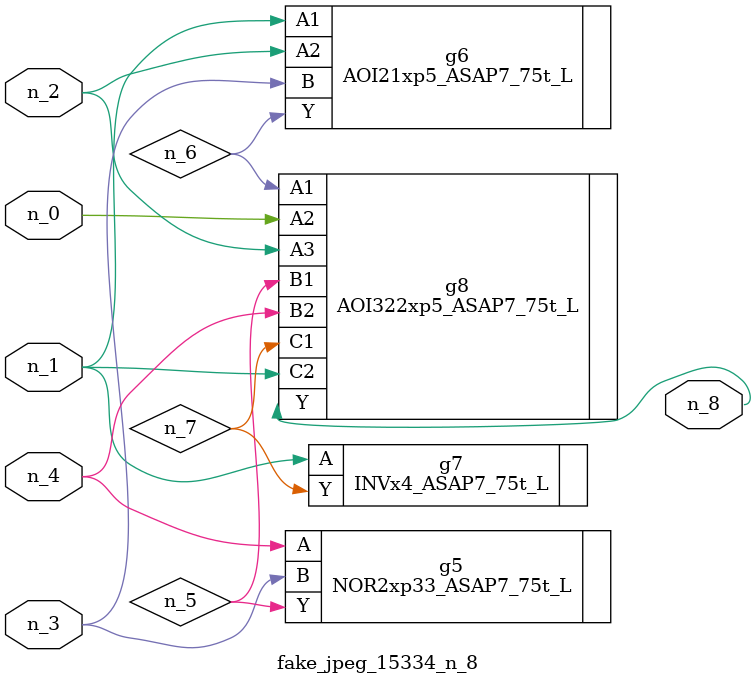
<source format=v>
module fake_jpeg_15334_n_8 (n_3, n_2, n_1, n_0, n_4, n_8);

input n_3;
input n_2;
input n_1;
input n_0;
input n_4;

output n_8;

wire n_6;
wire n_5;
wire n_7;

NOR2xp33_ASAP7_75t_L g5 ( 
.A(n_4),
.B(n_3),
.Y(n_5)
);

AOI21xp5_ASAP7_75t_L g6 ( 
.A1(n_1),
.A2(n_2),
.B(n_3),
.Y(n_6)
);

INVx4_ASAP7_75t_L g7 ( 
.A(n_1),
.Y(n_7)
);

AOI322xp5_ASAP7_75t_L g8 ( 
.A1(n_6),
.A2(n_0),
.A3(n_2),
.B1(n_5),
.B2(n_4),
.C1(n_7),
.C2(n_1),
.Y(n_8)
);


endmodule
</source>
